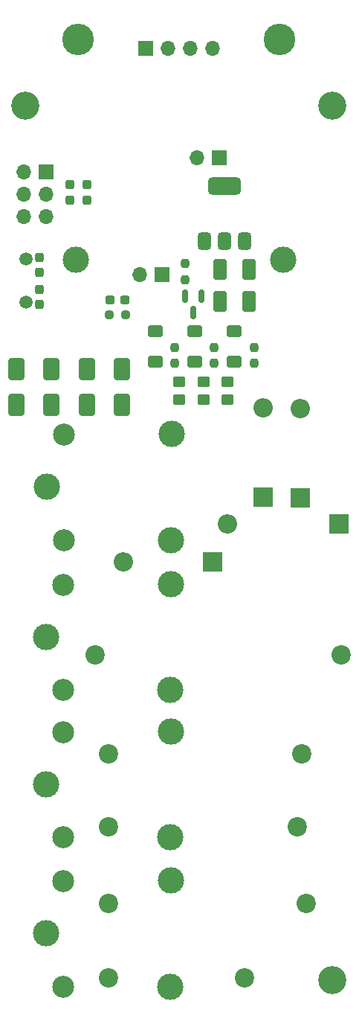
<source format=gbr>
%TF.GenerationSoftware,KiCad,Pcbnew,8.0.8-8.0.8-0~ubuntu24.04.1*%
%TF.CreationDate,2025-03-23T19:57:33+01:00*%
%TF.ProjectId,teaser,74656173-6572-42e6-9b69-6361645f7063,rev?*%
%TF.SameCoordinates,Original*%
%TF.FileFunction,Soldermask,Bot*%
%TF.FilePolarity,Negative*%
%FSLAX46Y46*%
G04 Gerber Fmt 4.6, Leading zero omitted, Abs format (unit mm)*
G04 Created by KiCad (PCBNEW 8.0.8-8.0.8-0~ubuntu24.04.1) date 2025-03-23 19:57:33*
%MOMM*%
%LPD*%
G01*
G04 APERTURE LIST*
G04 Aperture macros list*
%AMRoundRect*
0 Rectangle with rounded corners*
0 $1 Rounding radius*
0 $2 $3 $4 $5 $6 $7 $8 $9 X,Y pos of 4 corners*
0 Add a 4 corners polygon primitive as box body*
4,1,4,$2,$3,$4,$5,$6,$7,$8,$9,$2,$3,0*
0 Add four circle primitives for the rounded corners*
1,1,$1+$1,$2,$3*
1,1,$1+$1,$4,$5*
1,1,$1+$1,$6,$7*
1,1,$1+$1,$8,$9*
0 Add four rect primitives between the rounded corners*
20,1,$1+$1,$2,$3,$4,$5,0*
20,1,$1+$1,$4,$5,$6,$7,0*
20,1,$1+$1,$6,$7,$8,$9,0*
20,1,$1+$1,$8,$9,$2,$3,0*%
G04 Aperture macros list end*
%ADD10R,1.700000X1.700000*%
%ADD11O,1.700000X1.700000*%
%ADD12C,3.600000*%
%ADD13C,3.000000*%
%ADD14C,2.500000*%
%ADD15C,3.200000*%
%ADD16C,1.500000*%
%ADD17R,2.200000X2.200000*%
%ADD18O,2.200000X2.200000*%
%ADD19RoundRect,0.250000X0.450000X-0.350000X0.450000X0.350000X-0.450000X0.350000X-0.450000X-0.350000X0*%
%ADD20RoundRect,0.237500X-0.250000X-0.237500X0.250000X-0.237500X0.250000X0.237500X-0.250000X0.237500X0*%
%ADD21RoundRect,0.150000X-0.150000X0.587500X-0.150000X-0.587500X0.150000X-0.587500X0.150000X0.587500X0*%
%ADD22RoundRect,0.237500X-0.237500X0.300000X-0.237500X-0.300000X0.237500X-0.300000X0.237500X0.300000X0*%
%ADD23RoundRect,0.250000X-0.650000X1.000000X-0.650000X-1.000000X0.650000X-1.000000X0.650000X1.000000X0*%
%ADD24C,2.200000*%
%ADD25RoundRect,0.237500X0.237500X-0.300000X0.237500X0.300000X-0.237500X0.300000X-0.237500X-0.300000X0*%
%ADD26RoundRect,0.250000X0.600000X-0.400000X0.600000X0.400000X-0.600000X0.400000X-0.600000X-0.400000X0*%
%ADD27RoundRect,0.237500X0.237500X-0.250000X0.237500X0.250000X-0.237500X0.250000X-0.237500X-0.250000X0*%
%ADD28RoundRect,0.237500X0.300000X0.237500X-0.300000X0.237500X-0.300000X-0.237500X0.300000X-0.237500X0*%
%ADD29RoundRect,0.250001X-0.499999X-0.924999X0.499999X-0.924999X0.499999X0.924999X-0.499999X0.924999X0*%
%ADD30RoundRect,0.375000X0.375000X-0.625000X0.375000X0.625000X-0.375000X0.625000X-0.375000X-0.625000X0*%
%ADD31RoundRect,0.500000X1.400000X-0.500000X1.400000X0.500000X-1.400000X0.500000X-1.400000X-0.500000X0*%
G04 APERTURE END LIST*
D10*
%TO.C,J4*%
X147140000Y-60900000D03*
D11*
X144600000Y-60900000D03*
%TD*%
D12*
%TO.C,J2*%
X154000000Y-47500000D03*
X131000000Y-47500000D03*
%TD*%
D13*
%TO.C,K1*%
X127450000Y-98350000D03*
D14*
X129400000Y-104400000D03*
D13*
X141600000Y-104400000D03*
X141650000Y-92350000D03*
D14*
X129400000Y-92400000D03*
%TD*%
D13*
%TO.C,K2*%
X127400000Y-132200000D03*
D14*
X129350000Y-138250000D03*
D13*
X141550000Y-138250000D03*
X141600000Y-126200000D03*
D14*
X129350000Y-126250000D03*
%TD*%
D13*
%TO.C,K4*%
X127400000Y-115450000D03*
D14*
X129350000Y-121500000D03*
D13*
X141550000Y-121500000D03*
X141600000Y-109450000D03*
D14*
X129350000Y-109500000D03*
%TD*%
D15*
%TO.C,H2*%
X160000000Y-55000000D03*
%TD*%
D10*
%TO.C,SW1*%
X140550000Y-74200000D03*
D11*
X138010000Y-74200000D03*
%TD*%
D13*
%TO.C,K3*%
X127400000Y-149150000D03*
D14*
X129350000Y-155200000D03*
D13*
X141550000Y-155200000D03*
X141600000Y-143150000D03*
D14*
X129350000Y-143200000D03*
%TD*%
D16*
%TO.C,Y1*%
X125100000Y-72440000D03*
X125100000Y-77320000D03*
%TD*%
D13*
%TO.C,J3*%
X130760000Y-72500000D03*
X154360000Y-72500000D03*
D10*
X138760000Y-48500000D03*
D11*
X141300000Y-48500000D03*
X143840000Y-48500000D03*
X146380000Y-48500000D03*
%TD*%
D17*
%TO.C,D4*%
X152100000Y-99500000D03*
D18*
X152100000Y-89340000D03*
%TD*%
D15*
%TO.C,H3*%
X160000000Y-154500000D03*
%TD*%
%TO.C,H1*%
X125000000Y-55000000D03*
%TD*%
D17*
%TO.C,D5*%
X156300000Y-99580000D03*
D18*
X156300000Y-89420000D03*
%TD*%
D19*
%TO.C,R3*%
X148050000Y-88400000D03*
X148050000Y-86400000D03*
%TD*%
D20*
%TO.C,R7*%
X134600000Y-78800000D03*
X136425000Y-78800000D03*
%TD*%
D21*
%TO.C,Q6*%
X143200000Y-76700000D03*
X145100000Y-76700000D03*
X144150000Y-78575000D03*
%TD*%
D22*
%TO.C,C14*%
X126600000Y-77595000D03*
X126600000Y-75870000D03*
%TD*%
D23*
%TO.C,D3*%
X132000000Y-85000000D03*
X132000000Y-89000000D03*
%TD*%
D11*
%TO.C,J1*%
X124800000Y-67580000D03*
X127340000Y-67580000D03*
X124800000Y-65040000D03*
X127340000Y-65040000D03*
X124800000Y-62500000D03*
D10*
X127340000Y-62500000D03*
%TD*%
D24*
%TO.C,C10*%
X150000000Y-154250000D03*
X134500000Y-154250000D03*
%TD*%
D23*
%TO.C,D8*%
X124000000Y-85000000D03*
X124000000Y-89000000D03*
%TD*%
D17*
%TO.C,D2*%
X160700000Y-102600000D03*
D18*
X148000000Y-102600000D03*
%TD*%
D24*
%TO.C,C11*%
X157000000Y-145750000D03*
X134500000Y-145750000D03*
%TD*%
D23*
%TO.C,D1*%
X136000000Y-85000000D03*
X136000000Y-89000000D03*
%TD*%
D19*
%TO.C,R5*%
X145300000Y-88400000D03*
X145300000Y-86400000D03*
%TD*%
D22*
%TO.C,C3*%
X132000000Y-64000000D03*
X132000000Y-65725000D03*
%TD*%
D24*
%TO.C,C7*%
X156000000Y-137000000D03*
X134500000Y-137000000D03*
%TD*%
D25*
%TO.C,C13*%
X126600000Y-73970000D03*
X126600000Y-72245000D03*
%TD*%
D24*
%TO.C,C12*%
X161000000Y-117500000D03*
X133000000Y-117500000D03*
%TD*%
D22*
%TO.C,C6*%
X130100000Y-64000000D03*
X130100000Y-65725000D03*
%TD*%
D23*
%TO.C,D6*%
X128000000Y-85000000D03*
X128000000Y-89000000D03*
%TD*%
D26*
%TO.C,D9*%
X139800000Y-84150000D03*
X139800000Y-80650000D03*
%TD*%
D27*
%TO.C,R4*%
X142050000Y-84312500D03*
X142050000Y-82487500D03*
%TD*%
D28*
%TO.C,C9*%
X136375000Y-77100000D03*
X134650000Y-77100000D03*
%TD*%
D19*
%TO.C,R1*%
X142550000Y-88400000D03*
X142550000Y-86400000D03*
%TD*%
D29*
%TO.C,C1*%
X147200000Y-77300000D03*
X150450000Y-77300000D03*
%TD*%
D26*
%TO.C,D10*%
X148800000Y-84150000D03*
X148800000Y-80650000D03*
%TD*%
D24*
%TO.C,C8*%
X156500000Y-128750000D03*
X134500000Y-128750000D03*
%TD*%
D26*
%TO.C,D11*%
X144300000Y-84150000D03*
X144300000Y-80650000D03*
%TD*%
D27*
%TO.C,R2*%
X151050000Y-84312500D03*
X151050000Y-82487500D03*
%TD*%
D30*
%TO.C,U2*%
X150010000Y-70437500D03*
X147710000Y-70437500D03*
D31*
X147710000Y-64137500D03*
D30*
X145410000Y-70437500D03*
%TD*%
D27*
%TO.C,R13*%
X143200000Y-74800000D03*
X143200000Y-72975000D03*
%TD*%
D17*
%TO.C,D7*%
X146300000Y-106900000D03*
D18*
X136140000Y-106900000D03*
%TD*%
D29*
%TO.C,C2*%
X147200000Y-73600000D03*
X150450000Y-73600000D03*
%TD*%
D27*
%TO.C,R6*%
X146550000Y-84312500D03*
X146550000Y-82487500D03*
%TD*%
M02*

</source>
